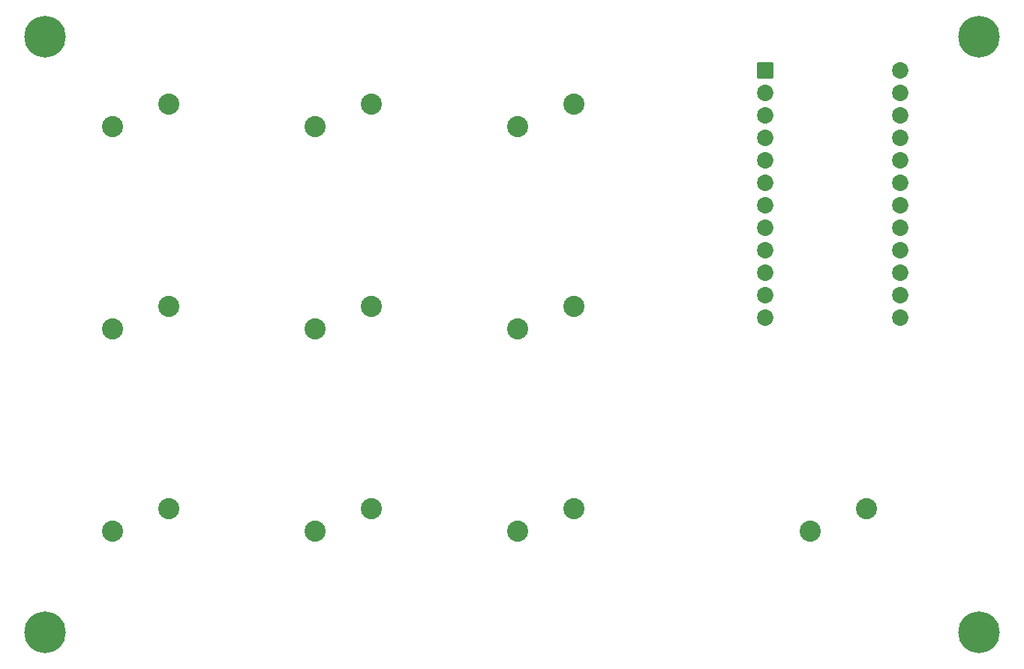
<source format=gbs>
G04 Layer: BottomSolderMaskLayer*
G04 EasyEDA v6.5.15, 2022-10-06 21:05:49*
G04 02616795a82046b39c2d9b7b0e6847de,2aca8c30024240cd9b3e98be76b4c399,10*
G04 Gerber Generator version 0.2*
G04 Scale: 100 percent, Rotated: No, Reflected: No *
G04 Dimensions in millimeters *
G04 leading zeros omitted , absolute positions ,4 integer and 5 decimal *
%FSLAX45Y45*%
%MOMM*%

%AMMACRO1*1,1,$1,$2,$3*1,1,$1,$4,$5*1,1,$1,0-$2,0-$3*1,1,$1,0-$4,0-$5*20,1,$1,$2,$3,$4,$5,0*20,1,$1,$4,$5,0-$2,0-$3,0*20,1,$1,0-$2,0-$3,0-$4,0-$5,0*20,1,$1,0-$4,0-$5,$2,$3,0*4,1,4,$2,$3,$4,$5,0-$2,0-$3,0-$4,0-$5,$2,$3,0*%
%ADD10C,1.8542*%
%ADD11MACRO1,0.2032X-0.8255X0.8255X0.8255X0.8255*%
%ADD12C,2.3876*%
%ADD13C,4.7032*%

%LPD*%
D10*
G01*
X9779000Y-4699000D03*
G01*
X9779000Y-4445000D03*
G01*
X9779000Y-4191000D03*
G01*
X9779000Y-3937000D03*
G01*
X9779000Y-3683000D03*
G01*
X9779000Y-3429000D03*
G01*
X9779000Y-3175000D03*
G01*
X9779000Y-2921000D03*
G01*
X9779000Y-2667000D03*
G01*
X9779000Y-2413000D03*
G01*
X9779000Y-2159000D03*
D11*
G01*
X9779000Y-1905000D03*
D10*
G01*
X11303000Y-1905000D03*
G01*
X11303000Y-2159000D03*
G01*
X11303000Y-2413000D03*
G01*
X11303000Y-2667000D03*
G01*
X11303000Y-2921000D03*
G01*
X11303000Y-3175000D03*
G01*
X11303000Y-3429000D03*
G01*
X11303000Y-3683000D03*
G01*
X11303000Y-3937000D03*
G01*
X11303000Y-4191000D03*
G01*
X11303000Y-4445000D03*
G01*
X11303000Y-4699000D03*
D12*
G01*
X2413000Y-2540000D03*
G01*
X3048000Y-2286000D03*
G01*
X4699000Y-2540000D03*
G01*
X5334000Y-2286000D03*
G01*
X6985000Y-2540000D03*
G01*
X7620000Y-2286000D03*
G01*
X2413000Y-4826000D03*
G01*
X3048000Y-4572000D03*
G01*
X4699000Y-4826000D03*
G01*
X5334000Y-4572000D03*
G01*
X6985000Y-4826000D03*
G01*
X7620000Y-4572000D03*
G01*
X2413000Y-7112000D03*
G01*
X3048000Y-6858000D03*
G01*
X4699000Y-7112000D03*
G01*
X5334000Y-6858000D03*
G01*
X6985000Y-7112000D03*
G01*
X7620000Y-6858000D03*
G01*
X10287000Y-7112000D03*
G01*
X10922000Y-6858000D03*
D13*
G01*
X1651000Y-1524000D03*
G01*
X1651000Y-8255000D03*
G01*
X12192000Y-8255000D03*
G01*
X12192000Y-1524000D03*
M02*

</source>
